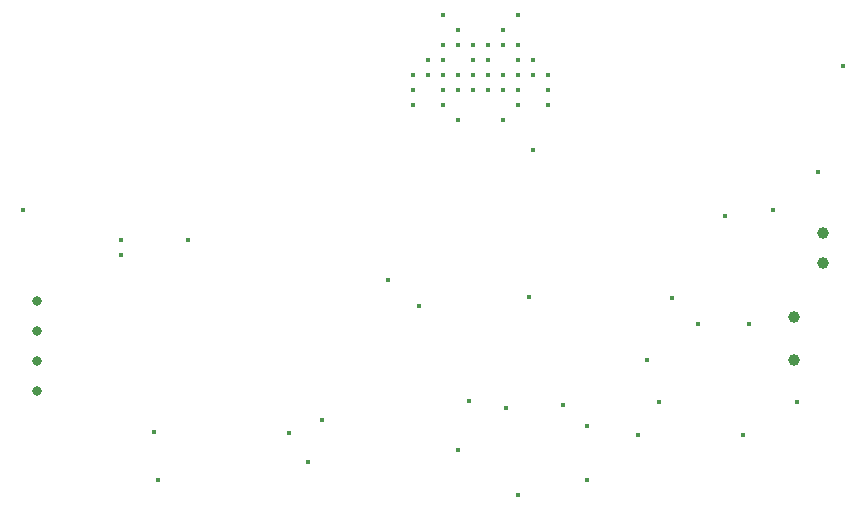
<source format=gbr>
%TF.GenerationSoftware,KiCad,Pcbnew,(5.1.6)-1*%
%TF.CreationDate,2020-10-05T09:36:22+03:00*%
%TF.ProjectId,solar battery,736f6c61-7220-4626-9174-746572792e6b,rev?*%
%TF.SameCoordinates,Original*%
%TF.FileFunction,Plated,1,2,PTH,Drill*%
%TF.FilePolarity,Positive*%
%FSLAX46Y46*%
G04 Gerber Fmt 4.6, Leading zero omitted, Abs format (unit mm)*
G04 Created by KiCad (PCBNEW (5.1.6)-1) date 2020-10-05 09:36:22*
%MOMM*%
%LPD*%
G01*
G04 APERTURE LIST*
%TA.AperFunction,ViaDrill*%
%ADD10C,0.400000*%
%TD*%
%TA.AperFunction,ComponentDrill*%
%ADD11C,0.800000*%
%TD*%
%TA.AperFunction,ComponentDrill*%
%ADD12C,1.000000*%
%TD*%
G04 APERTURE END LIST*
D10*
X101600000Y-99060000D03*
X109915001Y-102940001D03*
X109931200Y-101650800D03*
X112700001Y-117910001D03*
X113030000Y-121920000D03*
X115570000Y-101600000D03*
X124155200Y-117957600D03*
X125730000Y-120396000D03*
X126898400Y-116890800D03*
X132494999Y-104995001D03*
X134620000Y-87630000D03*
X134620000Y-88900000D03*
X134620000Y-90170000D03*
X135128000Y-107188000D03*
X135890000Y-86360000D03*
X135890000Y-87630000D03*
X137160000Y-82550000D03*
X137160000Y-85090000D03*
X137160000Y-86360000D03*
X137160000Y-87630000D03*
X137160000Y-88900000D03*
X137160000Y-90170000D03*
X138430000Y-83820000D03*
X138430000Y-85090000D03*
X138430000Y-87630000D03*
X138430000Y-88900000D03*
X138430000Y-91440000D03*
X138430000Y-119380000D03*
X139377501Y-115247501D03*
X139700000Y-85090000D03*
X139700000Y-86360000D03*
X139700000Y-87630000D03*
X139700000Y-88900000D03*
X140970000Y-85090000D03*
X140970000Y-86360000D03*
X140970000Y-87630000D03*
X140970000Y-88900000D03*
X142240000Y-83820000D03*
X142240000Y-85090000D03*
X142240000Y-87630000D03*
X142240000Y-88900000D03*
X142240000Y-91440000D03*
X142494000Y-115824000D03*
X143510000Y-82550000D03*
X143510000Y-85090000D03*
X143510000Y-86360000D03*
X143510000Y-87630000D03*
X143510000Y-88900000D03*
X143510000Y-90170000D03*
X143510000Y-123190000D03*
X144460001Y-106445001D03*
X144780000Y-86360000D03*
X144780000Y-87630000D03*
X144780000Y-93980000D03*
X146050000Y-87630000D03*
X146050000Y-88900000D03*
X146050000Y-90170000D03*
X147320000Y-115570000D03*
X149352000Y-117348000D03*
X149352000Y-121920000D03*
X153670000Y-118110000D03*
X154432000Y-111760000D03*
X155448000Y-115316000D03*
X156591000Y-106553000D03*
X158750000Y-108712000D03*
X161036000Y-99568000D03*
X162560000Y-118110000D03*
X163068000Y-108712000D03*
X165100000Y-99060000D03*
X167132000Y-115316000D03*
X168910000Y-95885000D03*
X170992800Y-86918800D03*
D11*
%TO.C,U3*%
X102819200Y-106841200D03*
X102819200Y-109381200D03*
X102819200Y-111921200D03*
X102819200Y-114461200D03*
D12*
%TO.C,Batt_positive1*%
X166880000Y-111770000D03*
%TO.C,Batt_negative1*%
X166895001Y-108175001D03*
%TO.C,Solar_in1*%
X169295001Y-101025001D03*
X169295001Y-103565001D03*
M02*

</source>
